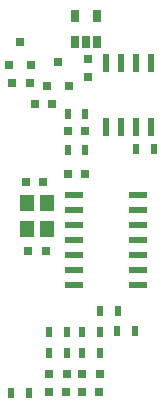
<source format=gbr>
G04 #@! TF.GenerationSoftware,KiCad,Pcbnew,(6.0.0-rc1-dev-135-gb4df06c)*
G04 #@! TF.CreationDate,2018-09-05T13:03:13+03:00*
G04 #@! TF.ProjectId,rs485-moist-sensor,72733438352D6D6F6973742D73656E73,rev?*
G04 #@! TF.SameCoordinates,Original*
G04 #@! TF.FileFunction,Paste,Top*
G04 #@! TF.FilePolarity,Positive*
%FSLAX46Y46*%
G04 Gerber Fmt 4.6, Leading zero omitted, Abs format (unit mm)*
G04 Created by KiCad (PCBNEW (6.0.0-rc1-dev-135-gb4df06c)) date 2018 September 05, Wednesday 13:03:13*
%MOMM*%
%LPD*%
G01*
G04 APERTURE LIST*
%ADD10R,1.194000X1.394000*%
%ADD11R,0.794000X0.694000*%
%ADD12R,1.494000X0.594000*%
%ADD13R,0.594000X1.544000*%
%ADD14R,0.794100X0.794100*%
%ADD15R,0.794000X0.744000*%
%ADD16R,0.494000X0.894000*%
%ADD17R,0.744000X0.794000*%
%ADD18R,0.644000X1.054000*%
G04 APERTURE END LIST*
D10*
G04 #@! TO.C,X1*
X91800000Y-42900000D03*
X91800000Y-40700000D03*
X90100000Y-40700000D03*
X90100000Y-42900000D03*
G04 #@! TD*
D11*
G04 #@! TO.C,D1*
X93410000Y-56642000D03*
X92010000Y-56642000D03*
G04 #@! TD*
G04 #@! TO.C,D2*
X96204000Y-56642000D03*
X94804000Y-56642000D03*
G04 #@! TD*
D12*
G04 #@! TO.C,IC1*
X94100000Y-39990000D03*
X94100000Y-41260000D03*
X94100000Y-42530000D03*
X94100000Y-43800000D03*
X94100000Y-45070000D03*
X94100000Y-46340000D03*
X94100000Y-47610000D03*
X99500000Y-47610000D03*
X99500000Y-46340000D03*
X99500000Y-45070000D03*
X99500000Y-43800000D03*
X99500000Y-42530000D03*
X99500000Y-41260000D03*
X99500000Y-39990000D03*
G04 #@! TD*
D13*
G04 #@! TO.C,U1*
X96845000Y-28800000D03*
X98115000Y-28800000D03*
X99385000Y-28800000D03*
X100655000Y-28800000D03*
X100655000Y-34200000D03*
X99385000Y-34200000D03*
X98115000Y-34200000D03*
X96845000Y-34200000D03*
G04 #@! TD*
D14*
G04 #@! TO.C,U2*
X92750000Y-28751780D03*
X93700000Y-30750760D03*
X91800000Y-30750760D03*
G04 #@! TD*
G04 #@! TO.C,Q1*
X89500000Y-27001780D03*
X90450000Y-29000760D03*
X88550000Y-29000760D03*
G04 #@! TD*
D15*
G04 #@! TO.C,C1*
X91700000Y-44700000D03*
X90200000Y-44700000D03*
G04 #@! TD*
G04 #@! TO.C,C2*
X90000000Y-38900000D03*
X91500000Y-38900000D03*
G04 #@! TD*
G04 #@! TO.C,C3*
X93550000Y-38200000D03*
X95050000Y-38200000D03*
G04 #@! TD*
G04 #@! TO.C,C4*
X93460000Y-55118000D03*
X91960000Y-55118000D03*
G04 #@! TD*
G04 #@! TO.C,C5*
X94754000Y-55118000D03*
X96254000Y-55118000D03*
G04 #@! TD*
G04 #@! TO.C,C6*
X95050000Y-34600000D03*
X93550000Y-34600000D03*
G04 #@! TD*
D16*
G04 #@! TO.C,R1*
X95050000Y-36200000D03*
X93550000Y-36200000D03*
G04 #@! TD*
G04 #@! TO.C,R2*
X96278000Y-49784000D03*
X97778000Y-49784000D03*
G04 #@! TD*
G04 #@! TO.C,R4*
X88750000Y-56750000D03*
X90250000Y-56750000D03*
G04 #@! TD*
G04 #@! TO.C,R5*
X93460000Y-51562000D03*
X91960000Y-51562000D03*
G04 #@! TD*
G04 #@! TO.C,R6*
X94754000Y-51562000D03*
X96254000Y-51562000D03*
G04 #@! TD*
G04 #@! TO.C,R7*
X91960000Y-53340000D03*
X93460000Y-53340000D03*
G04 #@! TD*
G04 #@! TO.C,R8*
X96254000Y-53340000D03*
X94754000Y-53340000D03*
G04 #@! TD*
G04 #@! TO.C,TH1*
X97750000Y-51500000D03*
X99250000Y-51500000D03*
G04 #@! TD*
D15*
G04 #@! TO.C,C7*
X90750000Y-32250000D03*
X92250000Y-32250000D03*
G04 #@! TD*
G04 #@! TO.C,C8*
X88850000Y-30500000D03*
X90350000Y-30500000D03*
G04 #@! TD*
D17*
G04 #@! TO.C,C9*
X95250000Y-28500000D03*
X95250000Y-30000000D03*
G04 #@! TD*
D18*
G04 #@! TO.C,D4*
X94150000Y-27000000D03*
X95100000Y-27000000D03*
X96050000Y-27000000D03*
X96050000Y-24800000D03*
X94150000Y-24800000D03*
G04 #@! TD*
D16*
G04 #@! TO.C,R3*
X95050000Y-33100000D03*
X93550000Y-33100000D03*
G04 #@! TD*
G04 #@! TO.C,R9*
X99350000Y-36100000D03*
X100850000Y-36100000D03*
G04 #@! TD*
M02*

</source>
